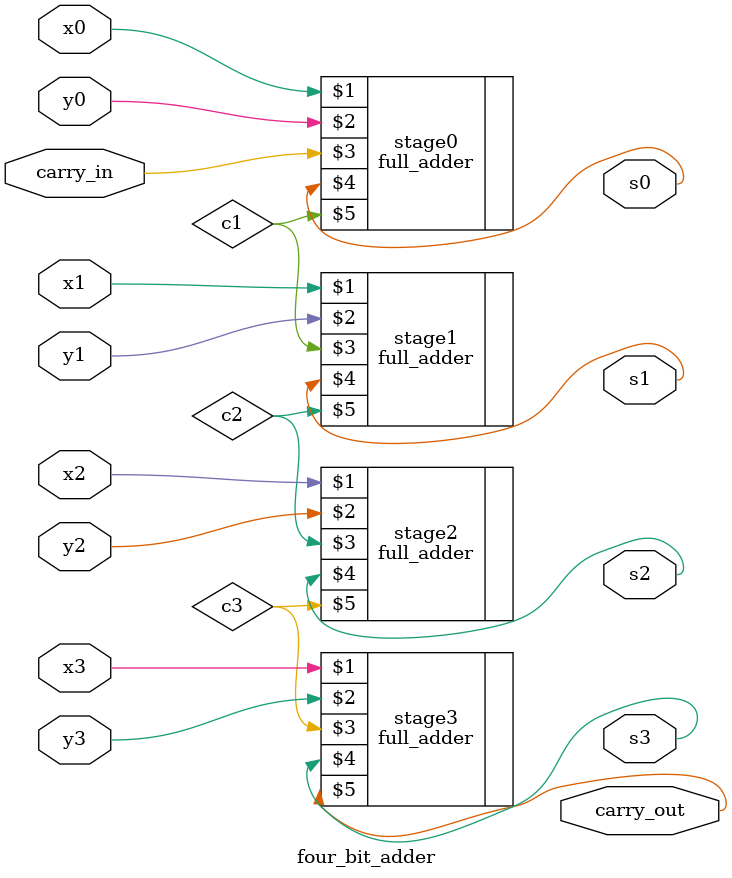
<source format=v>
`include "full_adder.v"

module four_bit_adder(x0, x1, x2, x3, y0, y1, y2, y3, carry_in, s0, s1, s2, s3, carry_out);
input x0, x1, x2, x3, y0, y1, y2, y3, carry_in;
output  s0, s1, s2, s3, carry_out;

full_adder stage0(x0, y0, carry_in, s0, c1);
full_adder stage1(x1, y1, c1, s1, c2);
full_adder stage2(x2, y2, c2, s2, c3);
full_adder stage3(x3, y3, c3, s3, carry_out);

endmodule

</source>
